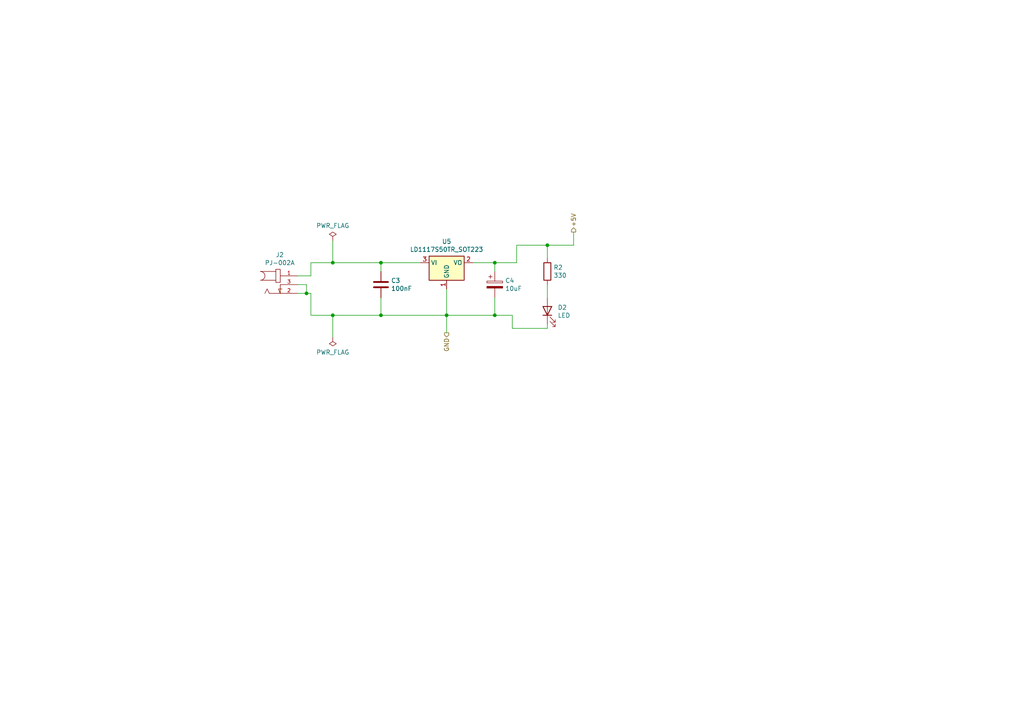
<source format=kicad_sch>
(kicad_sch (version 20230121) (generator eeschema)

  (uuid f7b1138d-cd45-40f8-9886-180331a4189d)

  (paper "A4")

  (lib_symbols
    (symbol "Device:C" (pin_numbers hide) (pin_names (offset 0.254)) (in_bom yes) (on_board yes)
      (property "Reference" "C" (at 0.635 2.54 0)
        (effects (font (size 1.27 1.27)) (justify left))
      )
      (property "Value" "C" (at 0.635 -2.54 0)
        (effects (font (size 1.27 1.27)) (justify left))
      )
      (property "Footprint" "" (at 0.9652 -3.81 0)
        (effects (font (size 1.27 1.27)) hide)
      )
      (property "Datasheet" "~" (at 0 0 0)
        (effects (font (size 1.27 1.27)) hide)
      )
      (property "ki_keywords" "cap capacitor" (at 0 0 0)
        (effects (font (size 1.27 1.27)) hide)
      )
      (property "ki_description" "Unpolarized capacitor" (at 0 0 0)
        (effects (font (size 1.27 1.27)) hide)
      )
      (property "ki_fp_filters" "C_*" (at 0 0 0)
        (effects (font (size 1.27 1.27)) hide)
      )
      (symbol "C_0_1"
        (polyline
          (pts
            (xy -2.032 -0.762)
            (xy 2.032 -0.762)
          )
          (stroke (width 0.508) (type default))
          (fill (type none))
        )
        (polyline
          (pts
            (xy -2.032 0.762)
            (xy 2.032 0.762)
          )
          (stroke (width 0.508) (type default))
          (fill (type none))
        )
      )
      (symbol "C_1_1"
        (pin passive line (at 0 3.81 270) (length 2.794)
          (name "~" (effects (font (size 1.27 1.27))))
          (number "1" (effects (font (size 1.27 1.27))))
        )
        (pin passive line (at 0 -3.81 90) (length 2.794)
          (name "~" (effects (font (size 1.27 1.27))))
          (number "2" (effects (font (size 1.27 1.27))))
        )
      )
    )
    (symbol "Device:LED" (pin_numbers hide) (pin_names (offset 1.016) hide) (in_bom yes) (on_board yes)
      (property "Reference" "D" (at 0 2.54 0)
        (effects (font (size 1.27 1.27)))
      )
      (property "Value" "LED" (at 0 -2.54 0)
        (effects (font (size 1.27 1.27)))
      )
      (property "Footprint" "" (at 0 0 0)
        (effects (font (size 1.27 1.27)) hide)
      )
      (property "Datasheet" "~" (at 0 0 0)
        (effects (font (size 1.27 1.27)) hide)
      )
      (property "ki_keywords" "LED diode" (at 0 0 0)
        (effects (font (size 1.27 1.27)) hide)
      )
      (property "ki_description" "Light emitting diode" (at 0 0 0)
        (effects (font (size 1.27 1.27)) hide)
      )
      (property "ki_fp_filters" "LED* LED_SMD:* LED_THT:*" (at 0 0 0)
        (effects (font (size 1.27 1.27)) hide)
      )
      (symbol "LED_0_1"
        (polyline
          (pts
            (xy -1.27 -1.27)
            (xy -1.27 1.27)
          )
          (stroke (width 0.254) (type default))
          (fill (type none))
        )
        (polyline
          (pts
            (xy -1.27 0)
            (xy 1.27 0)
          )
          (stroke (width 0) (type default))
          (fill (type none))
        )
        (polyline
          (pts
            (xy 1.27 -1.27)
            (xy 1.27 1.27)
            (xy -1.27 0)
            (xy 1.27 -1.27)
          )
          (stroke (width 0.254) (type default))
          (fill (type none))
        )
        (polyline
          (pts
            (xy -3.048 -0.762)
            (xy -4.572 -2.286)
            (xy -3.81 -2.286)
            (xy -4.572 -2.286)
            (xy -4.572 -1.524)
          )
          (stroke (width 0) (type default))
          (fill (type none))
        )
        (polyline
          (pts
            (xy -1.778 -0.762)
            (xy -3.302 -2.286)
            (xy -2.54 -2.286)
            (xy -3.302 -2.286)
            (xy -3.302 -1.524)
          )
          (stroke (width 0) (type default))
          (fill (type none))
        )
      )
      (symbol "LED_1_1"
        (pin passive line (at -3.81 0 0) (length 2.54)
          (name "K" (effects (font (size 1.27 1.27))))
          (number "1" (effects (font (size 1.27 1.27))))
        )
        (pin passive line (at 3.81 0 180) (length 2.54)
          (name "A" (effects (font (size 1.27 1.27))))
          (number "2" (effects (font (size 1.27 1.27))))
        )
      )
    )
    (symbol "Device:R" (pin_numbers hide) (pin_names (offset 0)) (in_bom yes) (on_board yes)
      (property "Reference" "R" (at 2.032 0 90)
        (effects (font (size 1.27 1.27)))
      )
      (property "Value" "R" (at 0 0 90)
        (effects (font (size 1.27 1.27)))
      )
      (property "Footprint" "" (at -1.778 0 90)
        (effects (font (size 1.27 1.27)) hide)
      )
      (property "Datasheet" "~" (at 0 0 0)
        (effects (font (size 1.27 1.27)) hide)
      )
      (property "ki_keywords" "R res resistor" (at 0 0 0)
        (effects (font (size 1.27 1.27)) hide)
      )
      (property "ki_description" "Resistor" (at 0 0 0)
        (effects (font (size 1.27 1.27)) hide)
      )
      (property "ki_fp_filters" "R_*" (at 0 0 0)
        (effects (font (size 1.27 1.27)) hide)
      )
      (symbol "R_0_1"
        (rectangle (start -1.016 -2.54) (end 1.016 2.54)
          (stroke (width 0.254) (type default))
          (fill (type none))
        )
      )
      (symbol "R_1_1"
        (pin passive line (at 0 3.81 270) (length 1.27)
          (name "~" (effects (font (size 1.27 1.27))))
          (number "1" (effects (font (size 1.27 1.27))))
        )
        (pin passive line (at 0 -3.81 90) (length 1.27)
          (name "~" (effects (font (size 1.27 1.27))))
          (number "2" (effects (font (size 1.27 1.27))))
        )
      )
    )
    (symbol "PBLE01-rescue:CP-Device" (pin_numbers hide) (pin_names (offset 0.254)) (in_bom yes) (on_board yes)
      (property "Reference" "C" (at 0.635 2.54 0)
        (effects (font (size 1.27 1.27)) (justify left))
      )
      (property "Value" "Device_CP" (at 0.635 -2.54 0)
        (effects (font (size 1.27 1.27)) (justify left))
      )
      (property "Footprint" "" (at 0.9652 -3.81 0)
        (effects (font (size 1.27 1.27)) hide)
      )
      (property "Datasheet" "" (at 0 0 0)
        (effects (font (size 1.27 1.27)) hide)
      )
      (property "ki_fp_filters" "CP_*" (at 0 0 0)
        (effects (font (size 1.27 1.27)) hide)
      )
      (symbol "CP-Device_0_1"
        (rectangle (start -2.286 0.508) (end 2.286 1.016)
          (stroke (width 0) (type solid))
          (fill (type none))
        )
        (polyline
          (pts
            (xy -1.778 2.286)
            (xy -0.762 2.286)
          )
          (stroke (width 0) (type solid))
          (fill (type none))
        )
        (polyline
          (pts
            (xy -1.27 2.794)
            (xy -1.27 1.778)
          )
          (stroke (width 0) (type solid))
          (fill (type none))
        )
        (rectangle (start 2.286 -0.508) (end -2.286 -1.016)
          (stroke (width 0) (type solid))
          (fill (type outline))
        )
      )
      (symbol "CP-Device_1_1"
        (pin passive line (at 0 3.81 270) (length 2.794)
          (name "~" (effects (font (size 1.27 1.27))))
          (number "1" (effects (font (size 1.27 1.27))))
        )
        (pin passive line (at 0 -3.81 90) (length 2.794)
          (name "~" (effects (font (size 1.27 1.27))))
          (number "2" (effects (font (size 1.27 1.27))))
        )
      )
    )
    (symbol "PJ-002A:PJ-002A" (pin_names (offset 1.016) hide) (in_bom yes) (on_board yes)
      (property "Reference" "J" (at -7.62 5.08 0)
        (effects (font (size 1.27 1.27)) (justify left bottom))
      )
      (property "Value" "PJ-002A" (at -7.62 -5.08 0)
        (effects (font (size 1.27 1.27)) (justify left bottom))
      )
      (property "Footprint" "CUI_PJ-002A" (at 0 0 0)
        (effects (font (size 1.27 1.27)) (justify left bottom) hide)
      )
      (property "Datasheet" "" (at 0 0 0)
        (effects (font (size 1.27 1.27)) (justify left bottom) hide)
      )
      (property "STANDARD" "Manufacturer recommendations" (at 0 0 0)
        (effects (font (size 1.27 1.27)) (justify left bottom) hide)
      )
      (property "MANUFACTURER" "CUI INC" (at 0 0 0)
        (effects (font (size 1.27 1.27)) (justify left bottom) hide)
      )
      (property "ki_locked" "" (at 0 0 0)
        (effects (font (size 1.27 1.27)))
      )
      (symbol "PJ-002A_0_0"
        (arc (start -5.715 1.27) (mid -4.4505 2.54) (end -5.715 3.81)
          (stroke (width 0.1524) (type solid))
          (fill (type none))
        )
        (polyline
          (pts
            (xy -5.715 3.81)
            (xy -1.27 3.81)
          )
          (stroke (width 0.1524) (type solid))
          (fill (type none))
        )
        (polyline
          (pts
            (xy -3.81 -1.27)
            (xy -4.445 -2.54)
          )
          (stroke (width 0.1524) (type solid))
          (fill (type none))
        )
        (polyline
          (pts
            (xy -3.175 -2.54)
            (xy -3.81 -1.27)
          )
          (stroke (width 0.1524) (type solid))
          (fill (type none))
        )
        (polyline
          (pts
            (xy -1.27 0.635)
            (xy 0 0.635)
          )
          (stroke (width 0.1524) (type solid))
          (fill (type none))
        )
        (polyline
          (pts
            (xy -1.27 1.27)
            (xy -5.715 1.27)
          )
          (stroke (width 0.1524) (type solid))
          (fill (type none))
        )
        (polyline
          (pts
            (xy -1.27 1.27)
            (xy -1.27 0.635)
          )
          (stroke (width 0.1524) (type solid))
          (fill (type none))
        )
        (polyline
          (pts
            (xy -1.27 3.81)
            (xy -1.27 1.27)
          )
          (stroke (width 0.1524) (type solid))
          (fill (type none))
        )
        (polyline
          (pts
            (xy -1.27 4.445)
            (xy -1.27 3.81)
          )
          (stroke (width 0.1524) (type solid))
          (fill (type none))
        )
        (polyline
          (pts
            (xy 0 -2.54)
            (xy -3.175 -2.54)
          )
          (stroke (width 0.1524) (type solid))
          (fill (type none))
        )
        (polyline
          (pts
            (xy 0 0)
            (xy 0 -2.54)
          )
          (stroke (width 0.1524) (type solid))
          (fill (type none))
        )
        (polyline
          (pts
            (xy 0 0.635)
            (xy 0 4.445)
          )
          (stroke (width 0.1524) (type solid))
          (fill (type none))
        )
        (polyline
          (pts
            (xy 0 4.445)
            (xy -1.27 4.445)
          )
          (stroke (width 0.1524) (type solid))
          (fill (type none))
        )
        (polyline
          (pts
            (xy 0 -2.54)
            (xy -0.508 -1.27)
            (xy 0.508 -1.27)
          )
          (stroke (width 0.1524) (type solid))
          (fill (type background))
        )
        (pin passive line (at 5.08 2.54 180) (length 5.08)
          (name "~" (effects (font (size 1.016 1.016))))
          (number "1" (effects (font (size 1.016 1.016))))
        )
        (pin passive line (at 5.08 -2.54 180) (length 5.08)
          (name "~" (effects (font (size 1.016 1.016))))
          (number "2" (effects (font (size 1.016 1.016))))
        )
        (pin passive line (at 5.08 0 180) (length 5.08)
          (name "~" (effects (font (size 1.016 1.016))))
          (number "3" (effects (font (size 1.016 1.016))))
        )
      )
    )
    (symbol "Regulator_Linear:LD1117S50TR_SOT223" (in_bom yes) (on_board yes)
      (property "Reference" "U" (at -3.81 3.175 0)
        (effects (font (size 1.27 1.27)))
      )
      (property "Value" "LD1117S50TR_SOT223" (at 0 3.175 0)
        (effects (font (size 1.27 1.27)) (justify left))
      )
      (property "Footprint" "Package_TO_SOT_SMD:SOT-223-3_TabPin2" (at 0 5.08 0)
        (effects (font (size 1.27 1.27)) hide)
      )
      (property "Datasheet" "http://www.st.com/st-web-ui/static/active/en/resource/technical/document/datasheet/CD00000544.pdf" (at 2.54 -6.35 0)
        (effects (font (size 1.27 1.27)) hide)
      )
      (property "ki_keywords" "REGULATOR LDO 5.0V" (at 0 0 0)
        (effects (font (size 1.27 1.27)) hide)
      )
      (property "ki_description" "800mA Fixed Low Drop Positive Voltage Regulator, Fixed Output 5.0V, SOT-223" (at 0 0 0)
        (effects (font (size 1.27 1.27)) hide)
      )
      (property "ki_fp_filters" "SOT?223*TabPin2*" (at 0 0 0)
        (effects (font (size 1.27 1.27)) hide)
      )
      (symbol "LD1117S50TR_SOT223_0_1"
        (rectangle (start -5.08 -5.08) (end 5.08 1.905)
          (stroke (width 0.254) (type default))
          (fill (type background))
        )
      )
      (symbol "LD1117S50TR_SOT223_1_1"
        (pin power_in line (at 0 -7.62 90) (length 2.54)
          (name "GND" (effects (font (size 1.27 1.27))))
          (number "1" (effects (font (size 1.27 1.27))))
        )
        (pin power_out line (at 7.62 0 180) (length 2.54)
          (name "VO" (effects (font (size 1.27 1.27))))
          (number "2" (effects (font (size 1.27 1.27))))
        )
        (pin power_in line (at -7.62 0 0) (length 2.54)
          (name "VI" (effects (font (size 1.27 1.27))))
          (number "3" (effects (font (size 1.27 1.27))))
        )
      )
    )
    (symbol "power:PWR_FLAG" (power) (pin_numbers hide) (pin_names (offset 0) hide) (in_bom yes) (on_board yes)
      (property "Reference" "#FLG" (at 0 1.905 0)
        (effects (font (size 1.27 1.27)) hide)
      )
      (property "Value" "PWR_FLAG" (at 0 3.81 0)
        (effects (font (size 1.27 1.27)))
      )
      (property "Footprint" "" (at 0 0 0)
        (effects (font (size 1.27 1.27)) hide)
      )
      (property "Datasheet" "~" (at 0 0 0)
        (effects (font (size 1.27 1.27)) hide)
      )
      (property "ki_keywords" "flag power" (at 0 0 0)
        (effects (font (size 1.27 1.27)) hide)
      )
      (property "ki_description" "Special symbol for telling ERC where power comes from" (at 0 0 0)
        (effects (font (size 1.27 1.27)) hide)
      )
      (symbol "PWR_FLAG_0_0"
        (pin power_out line (at 0 0 90) (length 0)
          (name "pwr" (effects (font (size 1.27 1.27))))
          (number "1" (effects (font (size 1.27 1.27))))
        )
      )
      (symbol "PWR_FLAG_0_1"
        (polyline
          (pts
            (xy 0 0)
            (xy 0 1.27)
            (xy -1.016 1.905)
            (xy 0 2.54)
            (xy 1.016 1.905)
            (xy 0 1.27)
          )
          (stroke (width 0) (type default))
          (fill (type none))
        )
      )
    )
  )

  (junction (at 110.49 76.2) (diameter 0) (color 0 0 0 0)
    (uuid 2c08cf25-51e6-47b1-9fe5-35f497f47c7f)
  )
  (junction (at 96.52 76.2) (diameter 0) (color 0 0 0 0)
    (uuid 2cb7ad8b-3e1c-43a3-8fbd-afd90e7621e5)
  )
  (junction (at 129.54 91.44) (diameter 0) (color 0 0 0 0)
    (uuid 3fefce3b-163d-4d88-a154-308186bc1e29)
  )
  (junction (at 143.51 91.44) (diameter 0) (color 0 0 0 0)
    (uuid 6b691f99-9e05-4b60-bc0a-83516580a47a)
  )
  (junction (at 88.9 85.09) (diameter 0) (color 0 0 0 0)
    (uuid 8ab95f95-5f73-4bbe-8384-1d21da760b63)
  )
  (junction (at 110.49 91.44) (diameter 0) (color 0 0 0 0)
    (uuid abd869dd-ab89-4e2d-a8d4-66dabf7ba460)
  )
  (junction (at 158.75 71.12) (diameter 0) (color 0 0 0 0)
    (uuid b69f2f22-f447-4ca5-bdad-8a1af95ee28d)
  )
  (junction (at 96.52 91.44) (diameter 0) (color 0 0 0 0)
    (uuid cdd144c9-cc41-4b55-8a0b-4f9ec72bf24c)
  )
  (junction (at 143.51 76.2) (diameter 0) (color 0 0 0 0)
    (uuid db427f55-d1d4-4e1e-a65f-192e7971dec4)
  )

  (wire (pts (xy 143.51 91.44) (xy 148.59 91.44))
    (stroke (width 0) (type default))
    (uuid 045b2749-167a-4b49-a15d-12cb155a882a)
  )
  (wire (pts (xy 90.17 80.01) (xy 90.17 76.2))
    (stroke (width 0) (type default))
    (uuid 08e58605-f61e-425e-993b-4aeaff868e37)
  )
  (wire (pts (xy 110.49 76.2) (xy 121.92 76.2))
    (stroke (width 0) (type default))
    (uuid 09726e32-fcc6-4d43-86ac-b0d1e49bf167)
  )
  (wire (pts (xy 129.54 91.44) (xy 143.51 91.44))
    (stroke (width 0) (type default))
    (uuid 158260c8-0e5e-4389-94ed-2840372c334a)
  )
  (wire (pts (xy 158.75 71.12) (xy 166.37 71.12))
    (stroke (width 0) (type default))
    (uuid 18b3ef3f-2734-441e-8640-20bed9198a33)
  )
  (wire (pts (xy 158.75 95.25) (xy 158.75 93.98))
    (stroke (width 0) (type default))
    (uuid 208fdf59-2d92-466e-a8d0-6eab643bc4d8)
  )
  (wire (pts (xy 110.49 86.36) (xy 110.49 91.44))
    (stroke (width 0) (type default))
    (uuid 330ad6d3-c77f-40f0-9462-003996a8dcf4)
  )
  (wire (pts (xy 148.59 91.44) (xy 148.59 95.25))
    (stroke (width 0) (type default))
    (uuid 395ed96a-9894-4d81-a84d-5aef013e28d6)
  )
  (wire (pts (xy 96.52 76.2) (xy 110.49 76.2))
    (stroke (width 0) (type default))
    (uuid 39ac904e-e30d-4a60-9984-d6f8cda000ea)
  )
  (wire (pts (xy 86.36 80.01) (xy 90.17 80.01))
    (stroke (width 0) (type default))
    (uuid 3c7c6195-feee-44cf-a8cb-fcf53ab4d844)
  )
  (wire (pts (xy 158.75 82.55) (xy 158.75 86.36))
    (stroke (width 0) (type default))
    (uuid 3d0e4d98-883d-463c-9829-b82ebb04eca2)
  )
  (wire (pts (xy 90.17 85.09) (xy 90.17 91.44))
    (stroke (width 0) (type default))
    (uuid 43268e10-cfe6-47e8-993b-d3ca4ba52821)
  )
  (wire (pts (xy 137.16 76.2) (xy 143.51 76.2))
    (stroke (width 0) (type default))
    (uuid 4d5b2801-ef3e-4f2a-a448-7bf12784f5bd)
  )
  (wire (pts (xy 88.9 82.55) (xy 88.9 85.09))
    (stroke (width 0) (type default))
    (uuid 4da9c6ae-59a3-4708-943d-e6835dbd84f6)
  )
  (wire (pts (xy 88.9 85.09) (xy 90.17 85.09))
    (stroke (width 0) (type default))
    (uuid 511b1cde-7acf-41f2-aa60-d7c7daec695e)
  )
  (wire (pts (xy 96.52 76.2) (xy 96.52 69.85))
    (stroke (width 0) (type default))
    (uuid 52b4f59f-28f5-463d-b21e-15c9b187ac52)
  )
  (wire (pts (xy 110.49 78.74) (xy 110.49 76.2))
    (stroke (width 0) (type default))
    (uuid 588cb1f4-5bfb-4aee-9697-81c67da0cab0)
  )
  (wire (pts (xy 90.17 76.2) (xy 96.52 76.2))
    (stroke (width 0) (type default))
    (uuid 6533d6b2-0174-40ca-9868-7e6f79f48aab)
  )
  (wire (pts (xy 86.36 82.55) (xy 88.9 82.55))
    (stroke (width 0) (type default))
    (uuid 6ce8bb27-9744-4b63-95f5-25e4a427825d)
  )
  (wire (pts (xy 143.51 76.2) (xy 149.86 76.2))
    (stroke (width 0) (type default))
    (uuid 781efddf-27c2-4420-b975-30d0d9a94e88)
  )
  (wire (pts (xy 96.52 97.79) (xy 96.52 91.44))
    (stroke (width 0) (type default))
    (uuid 7d8e8405-f8ee-47bc-a0ae-462e49737b4b)
  )
  (wire (pts (xy 158.75 74.93) (xy 158.75 71.12))
    (stroke (width 0) (type default))
    (uuid 87101f3e-d58b-45da-b3de-e22cd73530e5)
  )
  (wire (pts (xy 149.86 76.2) (xy 149.86 71.12))
    (stroke (width 0) (type default))
    (uuid 8ee9bca3-1cef-48a0-a6b3-1b6c1c0c2172)
  )
  (wire (pts (xy 148.59 95.25) (xy 158.75 95.25))
    (stroke (width 0) (type default))
    (uuid 9c2817c8-3639-4091-bf40-c233bbda8154)
  )
  (wire (pts (xy 129.54 83.82) (xy 129.54 91.44))
    (stroke (width 0) (type default))
    (uuid 9cd66ca7-5cdd-4d51-a4bf-08be3dcef6b2)
  )
  (wire (pts (xy 166.37 71.12) (xy 166.37 67.31))
    (stroke (width 0) (type default))
    (uuid a2b72a46-8a29-4e36-816f-93988b245206)
  )
  (wire (pts (xy 86.36 85.09) (xy 88.9 85.09))
    (stroke (width 0) (type default))
    (uuid aca56d79-e359-4b82-bedf-0c456ea9b6e3)
  )
  (wire (pts (xy 110.49 91.44) (xy 129.54 91.44))
    (stroke (width 0) (type default))
    (uuid b00cbb71-c4db-4be1-b065-cc716307d97c)
  )
  (wire (pts (xy 149.86 71.12) (xy 158.75 71.12))
    (stroke (width 0) (type default))
    (uuid b8454103-fc22-4156-8d92-562d54e6c9fd)
  )
  (wire (pts (xy 90.17 91.44) (xy 96.52 91.44))
    (stroke (width 0) (type default))
    (uuid b9e11fe0-23fc-4632-b117-0646cb2e35b2)
  )
  (wire (pts (xy 143.51 91.44) (xy 143.51 86.36))
    (stroke (width 0) (type default))
    (uuid ca866a35-0183-4fe4-aaaf-6d90f80a6408)
  )
  (wire (pts (xy 143.51 76.2) (xy 143.51 78.74))
    (stroke (width 0) (type default))
    (uuid e12c9b52-b68d-4b70-bdf0-74250ff9503b)
  )
  (wire (pts (xy 129.54 96.52) (xy 129.54 91.44))
    (stroke (width 0) (type default))
    (uuid e5aa017d-707d-49d9-a647-ca61980a4825)
  )
  (wire (pts (xy 96.52 91.44) (xy 110.49 91.44))
    (stroke (width 0) (type default))
    (uuid e92708d4-53ef-4756-81d9-edba5137e164)
  )

  (hierarchical_label "+5V" (shape output) (at 166.37 67.31 90) (fields_autoplaced)
    (effects (font (size 1.27 1.27)) (justify left))
    (uuid 834f70f0-4054-4440-bb51-2bb15bd4f944)
  )
  (hierarchical_label "GND" (shape output) (at 129.54 96.52 270) (fields_autoplaced)
    (effects (font (size 1.27 1.27)) (justify right))
    (uuid b015b427-1cf3-42ce-96b2-fd6ac312391b)
  )

  (symbol (lib_id "PBLE01-rescue:CP-Device") (at 143.51 82.55 0) (unit 1)
    (in_bom yes) (on_board yes) (dnp no)
    (uuid 00000000-0000-0000-0000-000060af0756)
    (property "Reference" "C4" (at 146.5072 81.3816 0)
      (effects (font (size 1.27 1.27)) (justify left))
    )
    (property "Value" "10uF" (at 146.5072 83.693 0)
      (effects (font (size 1.27 1.27)) (justify left))
    )
    (property "Footprint" "SamacSys_Parts:CAPPM3216X180N" (at 144.4752 86.36 0)
      (effects (font (size 1.27 1.27)) hide)
    )
    (property "Datasheet" "~" (at 143.51 82.55 0)
      (effects (font (size 1.27 1.27)) hide)
    )
    (pin "1" (uuid 7dac50f6-151a-4175-813c-53e81db50cc8))
    (pin "2" (uuid 62794a55-2c4d-46fd-99aa-f600e848baec))
    (instances
      (project "PBLE01"
        (path "/8d263c01-7485-4e74-9d41-268dd1718f0e/00000000-0000-0000-0000-000060ad959b"
          (reference "C4") (unit 1)
        )
        (path "/8d263c01-7485-4e74-9d41-268dd1718f0e"
          (reference "C?") (unit 1)
        )
      )
    )
  )

  (symbol (lib_id "Device:R") (at 158.75 78.74 0) (unit 1)
    (in_bom yes) (on_board yes) (dnp no)
    (uuid 00000000-0000-0000-0000-000060ca1e00)
    (property "Reference" "R2" (at 160.528 77.5716 0)
      (effects (font (size 1.27 1.27)) (justify left))
    )
    (property "Value" "330" (at 160.528 79.883 0)
      (effects (font (size 1.27 1.27)) (justify left))
    )
    (property "Footprint" "Resistor_SMD:R_0805_2012Metric_Pad1.20x1.40mm_HandSolder" (at 156.972 78.74 90)
      (effects (font (size 1.27 1.27)) hide)
    )
    (property "Datasheet" "~" (at 158.75 78.74 0)
      (effects (font (size 1.27 1.27)) hide)
    )
    (pin "1" (uuid dd6840fa-d66a-44df-823d-5af698705b83))
    (pin "2" (uuid 8b614664-b933-4b4a-bc64-97976f97d5c5))
    (instances
      (project "PBLE01"
        (path "/8d263c01-7485-4e74-9d41-268dd1718f0e/00000000-0000-0000-0000-000060ad959b"
          (reference "R2") (unit 1)
        )
      )
    )
  )

  (symbol (lib_id "Regulator_Linear:LD1117S50TR_SOT223") (at 129.54 76.2 0) (unit 1)
    (in_bom yes) (on_board yes) (dnp no)
    (uuid 00000000-0000-0000-0000-000060d011c2)
    (property "Reference" "U5" (at 129.54 70.0532 0)
      (effects (font (size 1.27 1.27)))
    )
    (property "Value" "LD1117S50TR_SOT223" (at 129.54 72.3646 0)
      (effects (font (size 1.27 1.27)))
    )
    (property "Footprint" "Package_TO_SOT_SMD:SOT-223-3_TabPin2" (at 129.54 71.12 0)
      (effects (font (size 1.27 1.27)) hide)
    )
    (property "Datasheet" "http://www.st.com/st-web-ui/static/active/en/resource/technical/document/datasheet/CD00000544.pdf" (at 132.08 82.55 0)
      (effects (font (size 1.27 1.27)) hide)
    )
    (pin "1" (uuid 0927a44b-4333-4cb2-ad66-f9551e4e7e55))
    (pin "2" (uuid c6e90ca6-6a83-4fc6-8f90-e0691f05de44))
    (pin "3" (uuid 67fa4e83-d988-474c-bd2a-67bec7df24ea))
    (instances
      (project "PBLE01"
        (path "/8d263c01-7485-4e74-9d41-268dd1718f0e/00000000-0000-0000-0000-000060ad959b"
          (reference "U5") (unit 1)
        )
      )
    )
  )

  (symbol (lib_id "Device:LED") (at 158.75 90.17 90) (unit 1)
    (in_bom yes) (on_board yes) (dnp no)
    (uuid 00000000-0000-0000-0000-000060d0f039)
    (property "Reference" "D2" (at 161.7472 89.1794 90)
      (effects (font (size 1.27 1.27)) (justify right))
    )
    (property "Value" "LED" (at 161.7472 91.4908 90)
      (effects (font (size 1.27 1.27)) (justify right))
    )
    (property "Footprint" "LED:LTST-C150GKT" (at 158.75 90.17 0)
      (effects (font (size 1.27 1.27)) hide)
    )
    (property "Datasheet" "~" (at 158.75 90.17 0)
      (effects (font (size 1.27 1.27)) hide)
    )
    (pin "1" (uuid 3847ab17-7ff2-4cd1-85b5-94c69670c174))
    (pin "2" (uuid caa7711e-f8dc-409d-9aa9-51d849ea1b0f))
    (instances
      (project "PBLE01"
        (path "/8d263c01-7485-4e74-9d41-268dd1718f0e/00000000-0000-0000-0000-000060ad959b"
          (reference "D2") (unit 1)
        )
      )
    )
  )

  (symbol (lib_id "PJ-002A:PJ-002A") (at 81.28 82.55 0) (unit 1)
    (in_bom yes) (on_board yes) (dnp no)
    (uuid 00000000-0000-0000-0000-000060d31399)
    (property "Reference" "J2" (at 81.153 73.914 0)
      (effects (font (size 1.27 1.27)))
    )
    (property "Value" "PJ-002A" (at 81.153 76.2254 0)
      (effects (font (size 1.27 1.27)))
    )
    (property "Footprint" "PJ-002A:CUI_PJ-002A" (at 81.28 82.55 0)
      (effects (font (size 1.27 1.27)) (justify left bottom) hide)
    )
    (property "Datasheet" "" (at 81.28 82.55 0)
      (effects (font (size 1.27 1.27)) (justify left bottom) hide)
    )
    (property "STANDARD" "Manufacturer recommendations" (at 81.28 82.55 0)
      (effects (font (size 1.27 1.27)) (justify left bottom) hide)
    )
    (property "MANUFACTURER" "CUI INC" (at 81.28 82.55 0)
      (effects (font (size 1.27 1.27)) (justify left bottom) hide)
    )
    (pin "1" (uuid 2a65900b-abfe-453a-b442-ad655bff9fba))
    (pin "2" (uuid b2a53142-656a-4c22-aeb0-9bc70194d8fd))
    (pin "3" (uuid 323f1297-2c9b-4b03-bd79-9941c567c521))
    (instances
      (project "PBLE01"
        (path "/8d263c01-7485-4e74-9d41-268dd1718f0e/00000000-0000-0000-0000-000060ad959b"
          (reference "J2") (unit 1)
        )
      )
    )
  )

  (symbol (lib_id "Device:C") (at 110.49 82.55 0) (unit 1)
    (in_bom yes) (on_board yes) (dnp no)
    (uuid 00000000-0000-0000-0000-000060d35cc2)
    (property "Reference" "C3" (at 113.411 81.3816 0)
      (effects (font (size 1.27 1.27)) (justify left))
    )
    (property "Value" "100nF" (at 113.411 83.693 0)
      (effects (font (size 1.27 1.27)) (justify left))
    )
    (property "Footprint" "Capacitor_SMD:C_0805_2012Metric_Pad1.18x1.45mm_HandSolder" (at 111.4552 86.36 0)
      (effects (font (size 1.27 1.27)) hide)
    )
    (property "Datasheet" "~" (at 110.49 82.55 0)
      (effects (font (size 1.27 1.27)) hide)
    )
    (pin "1" (uuid 440cfee9-5ca7-4c9e-a017-8efd025de8cb))
    (pin "2" (uuid 6380f734-4810-4443-b322-d0b90d8af9cf))
    (instances
      (project "PBLE01"
        (path "/8d263c01-7485-4e74-9d41-268dd1718f0e/00000000-0000-0000-0000-000060ad959b"
          (reference "C3") (unit 1)
        )
      )
    )
  )

  (symbol (lib_id "power:PWR_FLAG") (at 96.52 69.85 0) (unit 1)
    (in_bom yes) (on_board yes) (dnp no)
    (uuid 00000000-0000-0000-0000-000060d3d4ea)
    (property "Reference" "#FLG0101" (at 96.52 67.945 0)
      (effects (font (size 1.27 1.27)) hide)
    )
    (property "Value" "PWR_FLAG" (at 96.52 65.4558 0)
      (effects (font (size 1.27 1.27)))
    )
    (property "Footprint" "" (at 96.52 69.85 0)
      (effects (font (size 1.27 1.27)) hide)
    )
    (property "Datasheet" "~" (at 96.52 69.85 0)
      (effects (font (size 1.27 1.27)) hide)
    )
    (pin "1" (uuid 41e2a0c3-d983-4af1-a307-7d53f0e321da))
    (instances
      (project "PBLE01"
        (path "/8d263c01-7485-4e74-9d41-268dd1718f0e/00000000-0000-0000-0000-000060ad959b"
          (reference "#FLG0101") (unit 1)
        )
      )
    )
  )

  (symbol (lib_id "power:PWR_FLAG") (at 96.52 97.79 180) (unit 1)
    (in_bom yes) (on_board yes) (dnp no)
    (uuid 00000000-0000-0000-0000-000060e71348)
    (property "Reference" "#FLG0103" (at 96.52 99.695 0)
      (effects (font (size 1.27 1.27)) hide)
    )
    (property "Value" "PWR_FLAG" (at 96.52 102.1842 0)
      (effects (font (size 1.27 1.27)))
    )
    (property "Footprint" "" (at 96.52 97.79 0)
      (effects (font (size 1.27 1.27)) hide)
    )
    (property "Datasheet" "~" (at 96.52 97.79 0)
      (effects (font (size 1.27 1.27)) hide)
    )
    (pin "1" (uuid 6834dcb9-e985-4761-ad48-ade9dd8cf548))
    (instances
      (project "PBLE01"
        (path "/8d263c01-7485-4e74-9d41-268dd1718f0e/00000000-0000-0000-0000-000060ad959b"
          (reference "#FLG0103") (unit 1)
        )
      )
    )
  )
)

</source>
